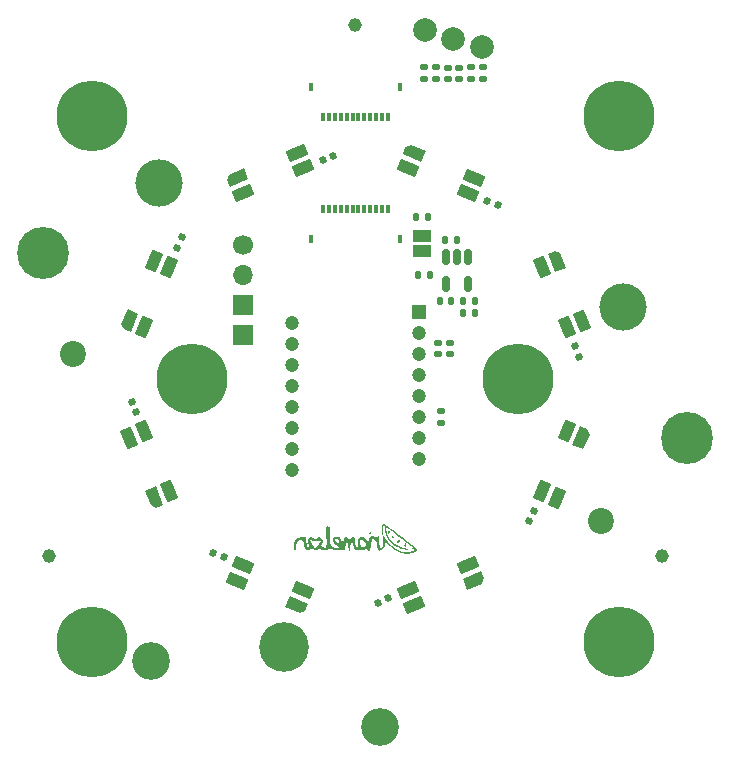
<source format=gbr>
%TF.GenerationSoftware,KiCad,Pcbnew,7.0.6*%
%TF.CreationDate,2023-07-27T21:49:21+01:00*%
%TF.ProjectId,Kiwano,4b697761-6e6f-42e6-9b69-6361645f7063,V1.0*%
%TF.SameCoordinates,Original*%
%TF.FileFunction,Soldermask,Bot*%
%TF.FilePolarity,Negative*%
%FSLAX46Y46*%
G04 Gerber Fmt 4.6, Leading zero omitted, Abs format (unit mm)*
G04 Created by KiCad (PCBNEW 7.0.6) date 2023-07-27 21:49:21*
%MOMM*%
%LPD*%
G01*
G04 APERTURE LIST*
G04 Aperture macros list*
%AMRoundRect*
0 Rectangle with rounded corners*
0 $1 Rounding radius*
0 $2 $3 $4 $5 $6 $7 $8 $9 X,Y pos of 4 corners*
0 Add a 4 corners polygon primitive as box body*
4,1,4,$2,$3,$4,$5,$6,$7,$8,$9,$2,$3,0*
0 Add four circle primitives for the rounded corners*
1,1,$1+$1,$2,$3*
1,1,$1+$1,$4,$5*
1,1,$1+$1,$6,$7*
1,1,$1+$1,$8,$9*
0 Add four rect primitives between the rounded corners*
20,1,$1+$1,$2,$3,$4,$5,0*
20,1,$1+$1,$4,$5,$6,$7,0*
20,1,$1+$1,$6,$7,$8,$9,0*
20,1,$1+$1,$8,$9,$2,$3,0*%
%AMRotRect*
0 Rectangle, with rotation*
0 The origin of the aperture is its center*
0 $1 length*
0 $2 width*
0 $3 Rotation angle, in degrees counterclockwise*
0 Add horizontal line*
21,1,$1,$2,0,0,$3*%
G04 Aperture macros list end*
%ADD10C,1.152000*%
%ADD11C,6.000000*%
%ADD12C,2.200000*%
%ADD13C,4.000000*%
%ADD14C,4.200000*%
%ADD15C,2.000000*%
%ADD16C,4.400000*%
%ADD17C,3.200000*%
%ADD18C,1.700000*%
%ADD19O,1.700000X1.700000*%
%ADD20R,1.700000X1.700000*%
%ADD21RoundRect,0.140000X0.170000X-0.140000X0.170000X0.140000X-0.170000X0.140000X-0.170000X-0.140000X0*%
%ADD22RoundRect,0.135000X-0.135000X-0.185000X0.135000X-0.185000X0.135000X0.185000X-0.135000X0.185000X0*%
%ADD23RoundRect,0.140000X-0.103484X0.194399X-0.210635X-0.064287X0.103484X-0.194399X0.210635X0.064287X0*%
%ADD24RoundRect,0.140000X-0.194399X-0.103484X0.064287X-0.210635X0.194399X0.103484X-0.064287X0.210635X0*%
%ADD25RoundRect,0.140000X0.194399X0.103484X-0.064287X0.210635X-0.194399X-0.103484X0.064287X-0.210635X0*%
%ADD26R,0.300000X0.800000*%
%ADD27R,0.400000X0.800000*%
%ADD28RoundRect,0.140000X0.064287X0.210635X-0.194399X0.103484X-0.064287X-0.210635X0.194399X-0.103484X0*%
%ADD29R,1.200000X1.200000*%
%ADD30C,1.200000*%
%ADD31RoundRect,0.135000X-0.185000X0.135000X-0.185000X-0.135000X0.185000X-0.135000X0.185000X0.135000X0*%
%ADD32RoundRect,0.140000X0.210635X-0.064287X0.103484X0.194399X-0.210635X0.064287X-0.103484X-0.194399X0*%
%ADD33RoundRect,0.140000X-0.064287X-0.210635X0.194399X-0.103484X0.064287X0.210635X-0.194399X0.103484X0*%
%ADD34RoundRect,0.140000X0.140000X0.170000X-0.140000X0.170000X-0.140000X-0.170000X0.140000X-0.170000X0*%
%ADD35RoundRect,0.135000X0.185000X-0.135000X0.185000X0.135000X-0.185000X0.135000X-0.185000X-0.135000X0*%
%ADD36RoundRect,0.135000X0.135000X0.185000X-0.135000X0.185000X-0.135000X-0.185000X0.135000X-0.185000X0*%
%ADD37RotRect,1.700000X1.000000X67.500000*%
%ADD38RotRect,1.700000X1.000000X247.500000*%
%ADD39RotRect,1.700000X1.000000X157.500000*%
%ADD40RotRect,1.700000X1.000000X112.500000*%
%ADD41RotRect,1.700000X1.000000X22.500000*%
%ADD42RoundRect,0.140000X-0.210635X0.064287X-0.103484X-0.194399X0.210635X-0.064287X0.103484X0.194399X0*%
%ADD43RotRect,1.700000X1.000000X202.500000*%
%ADD44RoundRect,0.140000X-0.170000X0.140000X-0.170000X-0.140000X0.170000X-0.140000X0.170000X0.140000X0*%
%ADD45R,1.500000X1.000000*%
%ADD46RoundRect,0.140000X0.103484X-0.194399X0.210635X0.064287X-0.103484X0.194399X-0.210635X-0.064287X0*%
%ADD47RoundRect,0.150000X-0.150000X0.512500X-0.150000X-0.512500X0.150000X-0.512500X0.150000X0.512500X0*%
%ADD48RotRect,1.700000X1.000000X292.500000*%
%ADD49RotRect,1.700000X1.000000X337.500000*%
G04 APERTURE END LIST*
%TO.C,D7*%
G36*
X56626805Y-54446121D02*
G01*
X55976243Y-56016717D01*
X55375721Y-55767972D01*
X55186302Y-55310675D01*
X55702925Y-54063438D01*
X56626805Y-54446121D01*
G37*
%TO.C,D3*%
G36*
X94624284Y-64232036D02*
G01*
X94813703Y-64689333D01*
X94297080Y-65936570D01*
X93373200Y-65553887D01*
X94023762Y-63983291D01*
X94624284Y-64232036D01*
G37*
%TO.C,D5*%
G36*
X71016720Y-79023760D02*
G01*
X70767975Y-79624282D01*
X70310678Y-79813701D01*
X69063441Y-79297078D01*
X69446124Y-78373198D01*
X71016720Y-79023760D01*
G37*
%TO.C,D6*%
G36*
X58731565Y-70635222D02*
G01*
X58131044Y-70883966D01*
X57673747Y-70694548D01*
X57157124Y-69447310D01*
X58081004Y-69064627D01*
X58731565Y-70635222D01*
G37*
%TO.C,D8*%
G36*
X65935378Y-43081004D02*
G01*
X64364783Y-43731565D01*
X64116039Y-43131044D01*
X64305457Y-42673747D01*
X65552695Y-42157124D01*
X65935378Y-43081004D01*
G37*
%TO.C,D4*%
G36*
X85883968Y-76868960D02*
G01*
X85694550Y-77326257D01*
X84447312Y-77842880D01*
X84064629Y-76919000D01*
X85635224Y-76268439D01*
X85883968Y-76868960D01*
G37*
%TO.C,A1*%
G36*
X79285407Y-73885933D02*
G01*
X79318000Y-74003003D01*
X79301458Y-74106208D01*
X79233333Y-74177334D01*
X79196005Y-74164757D01*
X79148666Y-74055330D01*
X79155429Y-74003502D01*
X79233333Y-73881000D01*
X79285407Y-73885933D01*
G37*
G36*
X78762080Y-73575628D02*
G01*
X78778630Y-73612532D01*
X78767666Y-73754000D01*
X78715851Y-73807486D01*
X78610053Y-73835840D01*
X78557296Y-73775167D01*
X78597732Y-73638380D01*
X78683515Y-73553364D01*
X78762080Y-73575628D01*
G37*
G36*
X78178929Y-73281730D02*
G01*
X78286125Y-73410042D01*
X78290762Y-73461013D01*
X78212041Y-73484125D01*
X78171070Y-73464271D01*
X78063875Y-73335959D01*
X78059237Y-73284987D01*
X78137958Y-73261875D01*
X78178929Y-73281730D01*
G37*
G36*
X77913338Y-72897350D02*
G01*
X77917384Y-72997850D01*
X77904487Y-73015455D01*
X77789003Y-73076667D01*
X77765274Y-73073724D01*
X77711058Y-72998000D01*
X77763476Y-72881413D01*
X77823830Y-72853603D01*
X77913338Y-72897350D01*
G37*
G36*
X76290237Y-72909794D02*
G01*
X76354666Y-72992000D01*
X76352206Y-73012238D01*
X76270000Y-73076667D01*
X76249762Y-73074207D01*
X76185333Y-72992000D01*
X76187793Y-72971763D01*
X76270000Y-72907334D01*
X76290237Y-72909794D01*
G37*
G36*
X72860378Y-73201198D02*
G01*
X72849080Y-73418423D01*
X72863864Y-73780722D01*
X72934078Y-74023167D01*
X73082714Y-74214388D01*
X73301363Y-74319558D01*
X73525877Y-74279787D01*
X73528353Y-74278392D01*
X73591149Y-74216298D01*
X73540778Y-74138119D01*
X73358252Y-74013718D01*
X73222563Y-73910907D01*
X73083838Y-73711413D01*
X73082455Y-73674729D01*
X73267667Y-73674729D01*
X73326290Y-73736459D01*
X73480715Y-73841190D01*
X73486881Y-73844468D01*
X73611856Y-73885244D01*
X73645333Y-73809679D01*
X73644577Y-73793420D01*
X73575416Y-73644050D01*
X73441186Y-73541999D01*
X73308994Y-73540895D01*
X73279361Y-73566861D01*
X73267667Y-73674729D01*
X73082455Y-73674729D01*
X73076774Y-73524047D01*
X73197023Y-73385052D01*
X73440233Y-73330667D01*
X73481918Y-73332326D01*
X73666902Y-73403632D01*
X73798142Y-73596980D01*
X73857704Y-73809679D01*
X73892930Y-73935471D01*
X73965447Y-74304334D01*
X73974723Y-73864830D01*
X73991749Y-73617278D01*
X74053657Y-73412029D01*
X74164218Y-73362169D01*
X74328002Y-73462495D01*
X74422594Y-73541636D01*
X74524477Y-73562052D01*
X74655998Y-73462495D01*
X74792137Y-73369748D01*
X74910548Y-73389261D01*
X74978370Y-73561861D01*
X75000000Y-73893052D01*
X75007309Y-74126126D01*
X75040822Y-74292589D01*
X75105833Y-74325500D01*
X75130551Y-74309045D01*
X75190045Y-74158178D01*
X75211666Y-73884145D01*
X75212076Y-73863295D01*
X75349132Y-73863295D01*
X75426312Y-74098233D01*
X75549561Y-74233794D01*
X75708170Y-74236811D01*
X75852336Y-74082073D01*
X75893415Y-73983219D01*
X75873785Y-73853521D01*
X75737119Y-73690635D01*
X75709920Y-73664623D01*
X75547662Y-73552119D01*
X75432137Y-73536892D01*
X75356967Y-73651053D01*
X75349132Y-73863295D01*
X75212076Y-73863295D01*
X75213664Y-73782524D01*
X75254141Y-73523305D01*
X75353258Y-73387781D01*
X75445663Y-73351546D01*
X75664824Y-73376674D01*
X75879706Y-73512495D01*
X76036269Y-73731793D01*
X76077891Y-73825853D01*
X76122438Y-73893646D01*
X76146284Y-73825686D01*
X76166456Y-73605447D01*
X76173464Y-73526301D01*
X76208711Y-73355000D01*
X76293112Y-73282577D01*
X76463531Y-73294795D01*
X76756833Y-73377415D01*
X76800807Y-73383503D01*
X76862666Y-73328010D01*
X76865107Y-73308485D01*
X76947333Y-73246000D01*
X76985220Y-73298612D01*
X77019033Y-73480458D01*
X77032000Y-73749003D01*
X77032955Y-73833879D01*
X77059109Y-74131609D01*
X77116383Y-74287947D01*
X77198510Y-74293728D01*
X77299223Y-74139789D01*
X77305186Y-74126290D01*
X77350179Y-73948069D01*
X77345611Y-73706257D01*
X77290969Y-73351848D01*
X77234847Y-72989819D01*
X77225762Y-72813797D01*
X77307128Y-72813797D01*
X77369451Y-73156818D01*
X77502451Y-73446029D01*
X77755920Y-73783606D01*
X78082440Y-74108210D01*
X78439511Y-74377970D01*
X78784629Y-74551015D01*
X79047237Y-74626205D01*
X79511635Y-74672692D01*
X79889500Y-74581998D01*
X79911052Y-74571444D01*
X80054234Y-74480662D01*
X80042174Y-74425608D01*
X79871089Y-74404495D01*
X79537199Y-74415538D01*
X79348566Y-74424770D01*
X79070264Y-74412935D01*
X78834059Y-74347838D01*
X78557702Y-74212422D01*
X78385973Y-74109359D01*
X78095420Y-73898579D01*
X77876400Y-73696150D01*
X77748491Y-73523147D01*
X77578417Y-73174221D01*
X77486950Y-72813623D01*
X77494642Y-72521564D01*
X77549640Y-72521564D01*
X77554769Y-72694934D01*
X77629757Y-73015481D01*
X77654020Y-73092105D01*
X77872042Y-73490038D01*
X78216422Y-73852609D01*
X78651397Y-74140438D01*
X78819973Y-74212472D01*
X79128838Y-74300323D01*
X79438633Y-74348003D01*
X79696362Y-74348654D01*
X79849027Y-74295418D01*
X79829565Y-74240067D01*
X79706028Y-74109940D01*
X79503305Y-73941555D01*
X79367563Y-73837359D01*
X79071375Y-73607749D01*
X78723436Y-73336134D01*
X78373743Y-73061471D01*
X78119798Y-72863719D01*
X77859668Y-72667060D01*
X77673567Y-72533339D01*
X77590576Y-72484000D01*
X77549640Y-72521564D01*
X77494642Y-72521564D01*
X77495034Y-72506677D01*
X77495257Y-72505790D01*
X77509771Y-72354674D01*
X77437859Y-72334076D01*
X77387446Y-72366227D01*
X77314162Y-72537810D01*
X77307128Y-72813797D01*
X77225762Y-72813797D01*
X77214887Y-72603094D01*
X77260398Y-72353341D01*
X77370666Y-72250454D01*
X77374293Y-72250429D01*
X77478376Y-72303604D01*
X77688415Y-72441001D01*
X77979609Y-72644179D01*
X78327156Y-72894697D01*
X78706256Y-73174116D01*
X79092107Y-73463996D01*
X79459907Y-73745897D01*
X79784857Y-74001378D01*
X80042155Y-74211999D01*
X80135497Y-74295418D01*
X80207000Y-74359320D01*
X80224037Y-74454685D01*
X80201434Y-74480662D01*
X80091787Y-74606677D01*
X80005417Y-74665674D01*
X79766009Y-74745384D01*
X79414453Y-74768141D01*
X78888276Y-74703982D01*
X78371877Y-74487980D01*
X77898162Y-74112163D01*
X77564001Y-73778001D01*
X77488500Y-74075207D01*
X77470447Y-74137230D01*
X77347886Y-74368278D01*
X77189738Y-74494990D01*
X77032091Y-74511005D01*
X76911038Y-74409962D01*
X76862666Y-74185503D01*
X76859440Y-74087078D01*
X76802847Y-73785950D01*
X76689375Y-73577744D01*
X76536867Y-73500000D01*
X76524535Y-73500249D01*
X76428768Y-73538264D01*
X76371699Y-73668025D01*
X76335055Y-73928317D01*
X76326166Y-73983219D01*
X76287313Y-74223182D01*
X76209611Y-74431312D01*
X76116168Y-74508669D01*
X76018927Y-74436070D01*
X75943617Y-74363052D01*
X75825819Y-74413502D01*
X75767163Y-74443511D01*
X75559498Y-74484935D01*
X75291194Y-74492724D01*
X75266580Y-74491544D01*
X75019643Y-74466099D01*
X74895081Y-74409861D01*
X74849531Y-74304334D01*
X74840770Y-74247438D01*
X74783669Y-73955473D01*
X74725325Y-73811713D01*
X74658851Y-73797868D01*
X74643166Y-73813700D01*
X74595754Y-73957336D01*
X74576666Y-74182330D01*
X74574697Y-74253822D01*
X74545342Y-74440962D01*
X74492000Y-74516000D01*
X74473859Y-74508238D01*
X74426374Y-74392551D01*
X74407333Y-74182330D01*
X74405821Y-74117716D01*
X74377660Y-73907816D01*
X74325149Y-73797868D01*
X74313953Y-73792204D01*
X74249472Y-73824630D01*
X74191958Y-73988986D01*
X74134387Y-74303898D01*
X74128107Y-74335520D01*
X74070336Y-74423793D01*
X73927633Y-74470762D01*
X73657888Y-74493154D01*
X73527654Y-74494719D01*
X73213652Y-74465083D01*
X72984303Y-74396866D01*
X72876838Y-74345188D01*
X72755124Y-74329348D01*
X72663156Y-74414957D01*
X72654926Y-74425983D01*
X72570794Y-74497860D01*
X72444474Y-74500160D01*
X72218729Y-74435535D01*
X72024570Y-74379315D01*
X71860292Y-74369203D01*
X71741491Y-74430373D01*
X71703201Y-74459549D01*
X71586673Y-74486382D01*
X71442412Y-74387563D01*
X71340377Y-74302573D01*
X71239556Y-74285692D01*
X71106921Y-74387563D01*
X71064002Y-74424758D01*
X70932250Y-74490690D01*
X70810588Y-74432652D01*
X70731876Y-74323754D01*
X70682000Y-74119067D01*
X70681847Y-74103819D01*
X70635884Y-73851367D01*
X70528311Y-73660333D01*
X70388735Y-73584667D01*
X70208777Y-73654746D01*
X70062965Y-73838277D01*
X70003370Y-74077548D01*
X69996204Y-74179421D01*
X69946479Y-74372887D01*
X69869999Y-74496056D01*
X69791252Y-74500141D01*
X69766674Y-74399978D01*
X69778865Y-74188571D01*
X69822912Y-73931720D01*
X69887990Y-73690687D01*
X69963272Y-73526731D01*
X70140600Y-73410598D01*
X70462232Y-73363394D01*
X70851333Y-73350297D01*
X70851333Y-73806148D01*
X70858036Y-73988650D01*
X70886970Y-74185530D01*
X70931003Y-74262000D01*
X71032831Y-74221178D01*
X71076630Y-74075931D01*
X71014774Y-73869991D01*
X70964466Y-73761869D01*
X70965737Y-73645254D01*
X71191207Y-73645254D01*
X71200179Y-73778608D01*
X71326371Y-73987832D01*
X71375989Y-74048903D01*
X71520277Y-74201072D01*
X71613333Y-74262000D01*
X71634861Y-74255098D01*
X71749727Y-74159667D01*
X71900296Y-73987832D01*
X72006534Y-73824096D01*
X72043719Y-73669862D01*
X71969536Y-73608936D01*
X71791756Y-73664469D01*
X71643042Y-73715975D01*
X71434910Y-73664469D01*
X71291685Y-73610924D01*
X71191207Y-73645254D01*
X70965737Y-73645254D01*
X70965906Y-73629790D01*
X71086466Y-73481237D01*
X71215845Y-73364389D01*
X71311963Y-73353891D01*
X71441012Y-73454963D01*
X71550019Y-73545373D01*
X71650296Y-73559982D01*
X71782666Y-73457667D01*
X71887800Y-73370256D01*
X71988214Y-73354832D01*
X72121333Y-73457667D01*
X72233134Y-73581076D01*
X72256512Y-73669862D01*
X72279851Y-73758498D01*
X72163667Y-73923333D01*
X72057854Y-74036726D01*
X72073452Y-74140925D01*
X72246719Y-74245859D01*
X72411796Y-74283191D01*
X72543557Y-74200249D01*
X72590882Y-73985844D01*
X72547917Y-73651526D01*
X72508792Y-73446678D01*
X72472250Y-73109852D01*
X72469174Y-72937833D01*
X72640057Y-72937833D01*
X72655827Y-73141154D01*
X72666647Y-73168892D01*
X72685833Y-73123918D01*
X72692648Y-72949667D01*
X72690452Y-72857327D01*
X72676422Y-72755562D01*
X72654118Y-72802487D01*
X72640057Y-72937833D01*
X72469174Y-72937833D01*
X72466679Y-72798315D01*
X72492060Y-72559134D01*
X72548375Y-72439375D01*
X72623483Y-72428212D01*
X72770081Y-72495409D01*
X72807980Y-72534176D01*
X72860430Y-72656932D01*
X72876164Y-72865735D01*
X72872214Y-72949667D01*
X72860378Y-73201198D01*
G37*
%TO.C,D2*%
G36*
X92326262Y-49305458D02*
G01*
X92842885Y-50552696D01*
X91919005Y-50935379D01*
X91268444Y-49364784D01*
X91868965Y-49116040D01*
X92326262Y-49305458D01*
G37*
%TO.C,D1*%
G36*
X80936571Y-40702925D02*
G01*
X80553888Y-41626805D01*
X78983292Y-40976243D01*
X79232037Y-40375721D01*
X79689334Y-40186302D01*
X80936571Y-40702925D01*
G37*
%TD*%
D10*
%TO.C,H2*%
X74999999Y-30000001D03*
%TD*%
%TO.C,H1*%
X100980762Y-74999999D03*
%TD*%
D11*
%TO.C,H6*%
X52726137Y-82273864D03*
%TD*%
%TO.C,H9*%
X52726136Y-37726137D03*
%TD*%
%TO.C,H8*%
X97273864Y-82273863D03*
%TD*%
D12*
%TO.C,SW1*%
X95787076Y-72000993D03*
D13*
X97689680Y-53920318D03*
D14*
X68911112Y-82685102D03*
D13*
X58386888Y-43386888D03*
D12*
X51107185Y-57906342D03*
D15*
X85672275Y-31851243D03*
X80865966Y-30473056D03*
X83269121Y-31162149D03*
D16*
X103067021Y-64948973D03*
D17*
X77058909Y-89441319D03*
X57654764Y-83876954D03*
D16*
X48575260Y-49323712D03*
%TD*%
D18*
%TO.C,J3*%
X65500000Y-48600000D03*
D19*
X65500000Y-51140000D03*
D20*
X65500000Y-53680000D03*
X65500000Y-56220000D03*
%TD*%
D11*
%TO.C,H7*%
X97273863Y-37726136D03*
%TD*%
D10*
%TO.C,H3*%
X49019238Y-75000001D03*
%TD*%
D21*
%TO.C,C9*%
X83000000Y-57880000D03*
X83000000Y-56920000D03*
%TD*%
%TO.C,C14*%
X82799998Y-34580000D03*
X82799998Y-33620000D03*
%TD*%
D22*
%TO.C,R5*%
X84090000Y-54400000D03*
X85110000Y-54400000D03*
%TD*%
D23*
%TO.C,C7*%
X60282499Y-47972305D03*
X59915123Y-48859229D03*
%TD*%
D24*
%TO.C,C5*%
X62972307Y-74717505D03*
X63859231Y-75084881D03*
%TD*%
D25*
%TO.C,C1*%
X87027700Y-45282501D03*
X86140776Y-44915125D03*
%TD*%
D26*
%TO.C,J1*%
X77750000Y-37800000D03*
X77250000Y-37800000D03*
X76750000Y-37800000D03*
X76250000Y-37800000D03*
X75750000Y-37800000D03*
X75250000Y-37800000D03*
X74750000Y-37800000D03*
X74250000Y-37800000D03*
X73750000Y-37800000D03*
X73250000Y-37800000D03*
X72750000Y-37800000D03*
X72250000Y-37800000D03*
D27*
X71250000Y-35300000D03*
X78750000Y-35300000D03*
%TD*%
D28*
%TO.C,C8*%
X73098023Y-41088290D03*
X72211099Y-41455666D03*
%TD*%
D11*
%TO.C,H5*%
X88800003Y-60000000D03*
%TD*%
D29*
%TO.C,U1*%
X80350000Y-54340000D03*
D30*
X80350000Y-56120000D03*
X80350000Y-57900000D03*
X80350000Y-59680000D03*
X80350000Y-61460000D03*
X80350000Y-63240000D03*
X80350000Y-65020000D03*
X80350000Y-66800000D03*
X69650000Y-67690000D03*
X69650000Y-65910000D03*
X69650000Y-64130000D03*
X69650000Y-62350000D03*
X69650000Y-60570000D03*
X69650000Y-58790000D03*
X69650000Y-57010000D03*
X69650000Y-55230000D03*
%TD*%
D11*
%TO.C,H4*%
X61200001Y-59999953D03*
%TD*%
D31*
%TO.C,R7*%
X84789998Y-33600000D03*
X84789998Y-34620000D03*
%TD*%
D32*
%TO.C,C2*%
X93911717Y-58098022D03*
X93544341Y-57211098D03*
%TD*%
D33*
%TO.C,C4*%
X76901985Y-78911712D03*
X77788909Y-78544336D03*
%TD*%
D34*
%TO.C,C12*%
X83080000Y-53400000D03*
X82120000Y-53400000D03*
%TD*%
D35*
%TO.C,R6*%
X85800000Y-34610000D03*
X85800000Y-33590000D03*
%TD*%
D31*
%TO.C,R9*%
X80799998Y-33590000D03*
X80799998Y-34610000D03*
%TD*%
D21*
%TO.C,C13*%
X83799998Y-34580000D03*
X83799998Y-33620000D03*
%TD*%
D34*
%TO.C,C11*%
X83580000Y-48200000D03*
X82620000Y-48200000D03*
%TD*%
D36*
%TO.C,R4*%
X85110000Y-53400000D03*
X84090000Y-53400000D03*
%TD*%
D35*
%TO.C,R1*%
X82200000Y-63710000D03*
X82200000Y-62690000D03*
%TD*%
D37*
%TO.C,D7*%
X59237774Y-50494497D03*
X57944343Y-49958740D03*
X57133015Y-55575834D03*
%TD*%
D38*
%TO.C,D3*%
X90762231Y-69505511D03*
X92055662Y-70041268D03*
X92866990Y-64424174D03*
%TD*%
D39*
%TO.C,D5*%
X65494500Y-75762229D03*
X64958743Y-77055660D03*
X70575837Y-77866988D03*
%TD*%
D40*
%TO.C,D6*%
X57133017Y-64424172D03*
X55839586Y-64959929D03*
X59237776Y-69505509D03*
%TD*%
D35*
%TO.C,R8*%
X81799997Y-34610000D03*
X81799997Y-33590000D03*
%TD*%
D41*
%TO.C,D8*%
X70575833Y-42133017D03*
X70040076Y-40839586D03*
X65494496Y-44237776D03*
%TD*%
D42*
%TO.C,C6*%
X56088290Y-61901982D03*
X56455666Y-62788906D03*
%TD*%
D43*
%TO.C,D4*%
X79424174Y-77866987D03*
X79959931Y-79160418D03*
X84505511Y-75762228D03*
%TD*%
D22*
%TO.C,R2*%
X80290000Y-51200000D03*
X81310000Y-51200000D03*
%TD*%
D44*
%TO.C,C10*%
X82000000Y-56920000D03*
X82000000Y-57880000D03*
%TD*%
D45*
%TO.C,JP1*%
X80600000Y-47850000D03*
X80600000Y-49150000D03*
%TD*%
D36*
%TO.C,R3*%
X81110000Y-46300000D03*
X80090000Y-46300000D03*
%TD*%
D46*
%TO.C,C3*%
X89717507Y-72027691D03*
X90084883Y-71140767D03*
%TD*%
D26*
%TO.C,J2*%
X72249989Y-45600008D03*
X72749989Y-45600008D03*
X73249989Y-45600008D03*
X73749989Y-45600008D03*
X74249989Y-45600008D03*
X74749989Y-45600008D03*
X75249989Y-45600008D03*
X75749989Y-45600008D03*
X76249989Y-45600008D03*
X76749989Y-45600008D03*
X77249989Y-45600008D03*
X77749989Y-45600008D03*
D27*
X78749989Y-48100008D03*
X71249989Y-48100008D03*
%TD*%
D47*
%TO.C,U2*%
X82650000Y-49662500D03*
X83600000Y-49662500D03*
X84550000Y-49662500D03*
X84550000Y-51937500D03*
X82650000Y-51937500D03*
%TD*%
D48*
%TO.C,D2*%
X92866992Y-55575834D03*
X94160423Y-55040077D03*
X90762233Y-50494497D03*
%TD*%
D49*
%TO.C,D1*%
X84505512Y-44237774D03*
X85041269Y-42944343D03*
X79424175Y-42133015D03*
%TD*%
M02*

</source>
